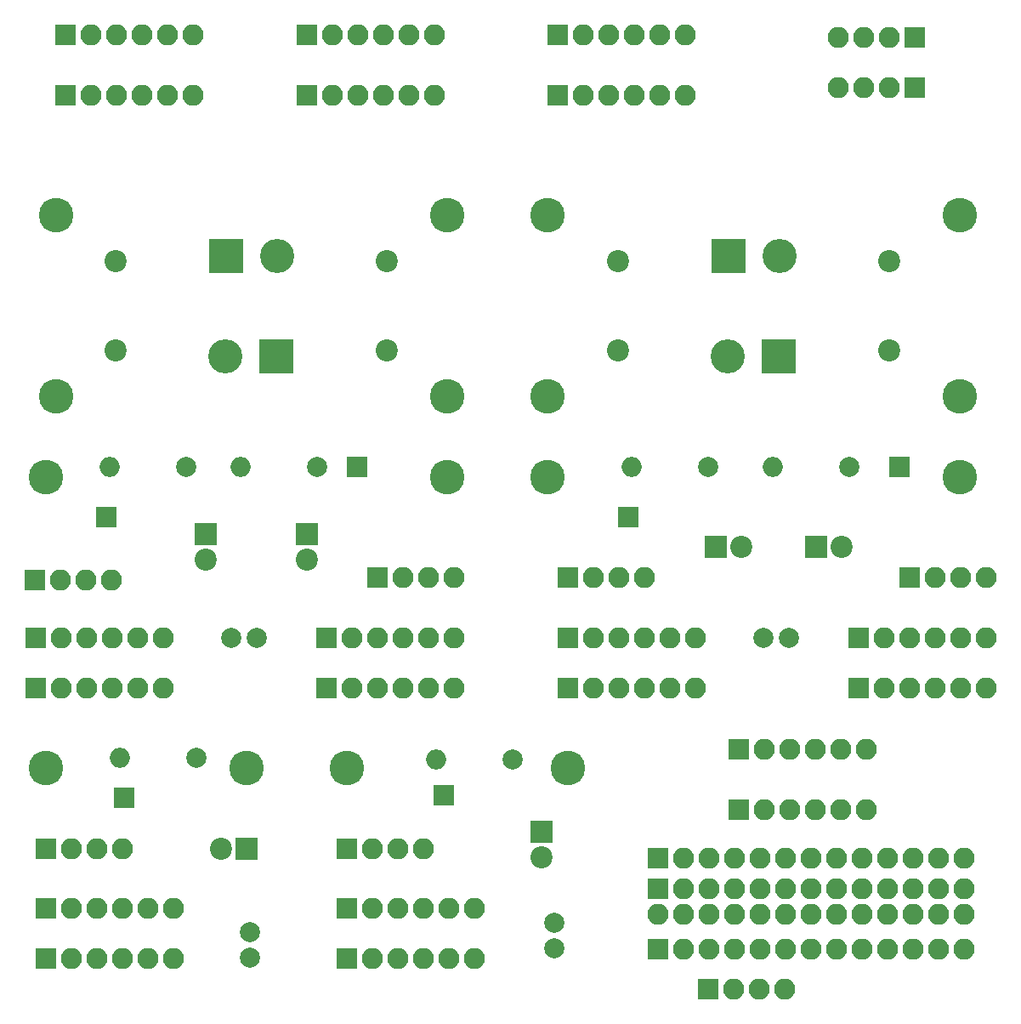
<source format=gbr>
G04 #@! TF.FileFunction,Soldermask,Top*
%FSLAX46Y46*%
G04 Gerber Fmt 4.6, Leading zero omitted, Abs format (unit mm)*
G04 Created by KiCad (PCBNEW 4.0.7) date 09/20/21 22:44:35*
%MOMM*%
%LPD*%
G01*
G04 APERTURE LIST*
%ADD10C,0.100000*%
%ADD11R,2.100000X2.100000*%
%ADD12O,2.100000X2.100000*%
%ADD13R,3.400000X3.400000*%
%ADD14C,3.400000*%
%ADD15C,3.448000*%
%ADD16C,2.200000*%
%ADD17R,2.200000X2.200000*%
%ADD18C,2.000000*%
%ADD19O,2.000000X2.000000*%
G04 APERTURE END LIST*
D10*
D11*
X36000000Y-39000000D03*
D12*
X38540000Y-39000000D03*
X41080000Y-39000000D03*
X43620000Y-39000000D03*
X46160000Y-39000000D03*
X48700000Y-39000000D03*
D11*
X36000000Y-33000000D03*
D12*
X38540000Y-33000000D03*
X41080000Y-33000000D03*
X43620000Y-33000000D03*
X46160000Y-33000000D03*
X48700000Y-33000000D03*
D11*
X60000000Y-33000000D03*
D12*
X62540000Y-33000000D03*
X65080000Y-33000000D03*
X67620000Y-33000000D03*
X70160000Y-33000000D03*
X72700000Y-33000000D03*
D11*
X60000000Y-39000000D03*
D12*
X62540000Y-39000000D03*
X65080000Y-39000000D03*
X67620000Y-39000000D03*
X70160000Y-39000000D03*
X72700000Y-39000000D03*
D11*
X85000000Y-33000000D03*
D12*
X87540000Y-33000000D03*
X90080000Y-33000000D03*
X92620000Y-33000000D03*
X95160000Y-33000000D03*
X97700000Y-33000000D03*
D11*
X85000000Y-39000000D03*
D12*
X87540000Y-39000000D03*
X90080000Y-39000000D03*
X92620000Y-39000000D03*
X95160000Y-39000000D03*
X97700000Y-39000000D03*
D11*
X103060000Y-104120000D03*
D12*
X105600000Y-104120000D03*
X108140000Y-104120000D03*
X110680000Y-104120000D03*
X113220000Y-104120000D03*
X115760000Y-104120000D03*
D11*
X103060000Y-110120000D03*
D12*
X105600000Y-110120000D03*
X108140000Y-110120000D03*
X110680000Y-110120000D03*
X113220000Y-110120000D03*
X115760000Y-110120000D03*
D13*
X57000000Y-65000000D03*
D14*
X51920000Y-65000000D03*
D15*
X35000000Y-51000000D03*
D16*
X41000000Y-64445000D03*
X41000000Y-55555000D03*
D15*
X74000000Y-51000000D03*
D13*
X52000000Y-55000000D03*
D14*
X57080000Y-55000000D03*
D15*
X35000000Y-69000000D03*
D16*
X68000000Y-64445000D03*
X68000000Y-55555000D03*
D15*
X74000000Y-69000000D03*
D13*
X102000000Y-55000000D03*
D14*
X107080000Y-55000000D03*
D15*
X84000000Y-51000000D03*
D16*
X118000000Y-64445000D03*
X118000000Y-55555000D03*
D15*
X84000000Y-69000000D03*
D13*
X107000000Y-65000000D03*
D14*
X101920000Y-65000000D03*
D15*
X125000000Y-51000000D03*
D16*
X91000000Y-64445000D03*
X91000000Y-55555000D03*
D15*
X125000000Y-69000000D03*
D17*
X49970000Y-82720000D03*
D16*
X49970000Y-85260000D03*
D15*
X34000000Y-77000000D03*
D11*
X33000000Y-98000000D03*
D12*
X35540000Y-98000000D03*
X38080000Y-98000000D03*
X40620000Y-98000000D03*
X43160000Y-98000000D03*
X45700000Y-98000000D03*
D11*
X40000000Y-81000000D03*
X32920000Y-87290000D03*
D12*
X35460000Y-87290000D03*
X38000000Y-87290000D03*
X40540000Y-87290000D03*
D11*
X33000000Y-93000000D03*
D12*
X35540000Y-93000000D03*
X38080000Y-93000000D03*
X40620000Y-93000000D03*
X43160000Y-93000000D03*
X45700000Y-93000000D03*
D11*
X62000000Y-98000000D03*
D12*
X64540000Y-98000000D03*
X67080000Y-98000000D03*
X69620000Y-98000000D03*
X72160000Y-98000000D03*
X74700000Y-98000000D03*
D11*
X67000000Y-87000000D03*
D12*
X69540000Y-87000000D03*
X72080000Y-87000000D03*
X74620000Y-87000000D03*
D11*
X65000000Y-76000000D03*
X62000000Y-93000000D03*
D12*
X64540000Y-93000000D03*
X67080000Y-93000000D03*
X69620000Y-93000000D03*
X72160000Y-93000000D03*
X74700000Y-93000000D03*
D15*
X74000000Y-77000000D03*
D17*
X60000000Y-82750000D03*
D16*
X60000000Y-85290000D03*
D18*
X55000000Y-93000000D03*
X52500000Y-93000000D03*
X108000000Y-93000000D03*
X105500000Y-93000000D03*
X48000000Y-76000000D03*
D19*
X40380000Y-76000000D03*
D18*
X61000000Y-76000000D03*
D19*
X53380000Y-76000000D03*
D17*
X100710000Y-83940000D03*
D16*
X103250000Y-83940000D03*
D15*
X84000000Y-77000000D03*
D11*
X86000000Y-93000000D03*
D12*
X88540000Y-93000000D03*
X91080000Y-93000000D03*
X93620000Y-93000000D03*
X96160000Y-93000000D03*
X98700000Y-93000000D03*
D11*
X92000000Y-81000000D03*
X86000000Y-87000000D03*
D12*
X88540000Y-87000000D03*
X91080000Y-87000000D03*
X93620000Y-87000000D03*
D11*
X86000000Y-98000000D03*
D12*
X88540000Y-98000000D03*
X91080000Y-98000000D03*
X93620000Y-98000000D03*
X96160000Y-98000000D03*
X98700000Y-98000000D03*
D11*
X115000000Y-93000000D03*
D12*
X117540000Y-93000000D03*
X120080000Y-93000000D03*
X122620000Y-93000000D03*
X125160000Y-93000000D03*
X127700000Y-93000000D03*
D11*
X120000000Y-87000000D03*
D12*
X122540000Y-87000000D03*
X125080000Y-87000000D03*
X127620000Y-87000000D03*
D11*
X119000000Y-76000000D03*
X115000000Y-98000000D03*
D12*
X117540000Y-98000000D03*
X120080000Y-98000000D03*
X122620000Y-98000000D03*
X125160000Y-98000000D03*
X127700000Y-98000000D03*
D15*
X125000000Y-77000000D03*
D17*
X110750000Y-84020000D03*
D16*
X113290000Y-84020000D03*
D18*
X100000000Y-76000000D03*
D19*
X92380000Y-76000000D03*
D18*
X114000000Y-76000000D03*
D19*
X106380000Y-76000000D03*
D18*
X54370000Y-124860000D03*
X54370000Y-122360000D03*
D11*
X34000000Y-125000000D03*
D12*
X36540000Y-125000000D03*
X39080000Y-125000000D03*
X41620000Y-125000000D03*
X44160000Y-125000000D03*
X46700000Y-125000000D03*
D11*
X34000000Y-114000000D03*
D12*
X36540000Y-114000000D03*
X39080000Y-114000000D03*
X41620000Y-114000000D03*
D11*
X41830000Y-108940000D03*
X34000000Y-120000000D03*
D12*
X36540000Y-120000000D03*
X39080000Y-120000000D03*
X41620000Y-120000000D03*
X44160000Y-120000000D03*
X46700000Y-120000000D03*
D15*
X54000000Y-106000000D03*
D17*
X54000000Y-114000000D03*
D16*
X51460000Y-114000000D03*
D18*
X49000000Y-105000000D03*
D19*
X41380000Y-105000000D03*
D15*
X34000000Y-106000000D03*
D18*
X84660000Y-123940000D03*
X84660000Y-121440000D03*
D15*
X64000000Y-106000000D03*
D11*
X64000000Y-125000000D03*
D12*
X66540000Y-125000000D03*
X69080000Y-125000000D03*
X71620000Y-125000000D03*
X74160000Y-125000000D03*
X76700000Y-125000000D03*
D11*
X64000000Y-114000000D03*
D12*
X66540000Y-114000000D03*
X69080000Y-114000000D03*
X71620000Y-114000000D03*
D11*
X73660000Y-108712000D03*
X64000000Y-120000000D03*
D12*
X66540000Y-120000000D03*
X69080000Y-120000000D03*
X71620000Y-120000000D03*
X74160000Y-120000000D03*
X76700000Y-120000000D03*
D15*
X86000000Y-106000000D03*
D17*
X83370000Y-112370000D03*
D16*
X83370000Y-114910000D03*
D18*
X80518000Y-105156000D03*
D19*
X72898000Y-105156000D03*
D11*
X100000000Y-128000000D03*
D12*
X102540000Y-128000000D03*
X105080000Y-128000000D03*
X107620000Y-128000000D03*
D11*
X120570000Y-38280000D03*
D12*
X118030000Y-38280000D03*
X115490000Y-38280000D03*
X112950000Y-38280000D03*
D11*
X120570000Y-33280000D03*
D12*
X118030000Y-33280000D03*
X115490000Y-33280000D03*
X112950000Y-33280000D03*
D11*
X95000000Y-118000000D03*
D12*
X95000000Y-120540000D03*
X97540000Y-118000000D03*
X97540000Y-120540000D03*
X100080000Y-118000000D03*
X100080000Y-120540000D03*
X102620000Y-118000000D03*
X102620000Y-120540000D03*
X105160000Y-118000000D03*
X105160000Y-120540000D03*
X107700000Y-118000000D03*
X107700000Y-120540000D03*
X110240000Y-118000000D03*
X110240000Y-120540000D03*
X112780000Y-118000000D03*
X112780000Y-120540000D03*
X115320000Y-118000000D03*
X115320000Y-120540000D03*
X117860000Y-118000000D03*
X117860000Y-120540000D03*
X120400000Y-118000000D03*
X120400000Y-120540000D03*
X122940000Y-118000000D03*
X122940000Y-120540000D03*
X125480000Y-118000000D03*
X125480000Y-120540000D03*
D11*
X95000000Y-124000000D03*
D12*
X97540000Y-124000000D03*
X100080000Y-124000000D03*
X102620000Y-124000000D03*
X105160000Y-124000000D03*
X107700000Y-124000000D03*
X110240000Y-124000000D03*
X112780000Y-124000000D03*
X115320000Y-124000000D03*
X117860000Y-124000000D03*
X120400000Y-124000000D03*
X122940000Y-124000000D03*
X125480000Y-124000000D03*
D11*
X95000000Y-115000000D03*
D12*
X97540000Y-115000000D03*
X100080000Y-115000000D03*
X102620000Y-115000000D03*
X105160000Y-115000000D03*
X107700000Y-115000000D03*
X110240000Y-115000000D03*
X112780000Y-115000000D03*
X115320000Y-115000000D03*
X117860000Y-115000000D03*
X120400000Y-115000000D03*
X122940000Y-115000000D03*
X125480000Y-115000000D03*
M02*

</source>
